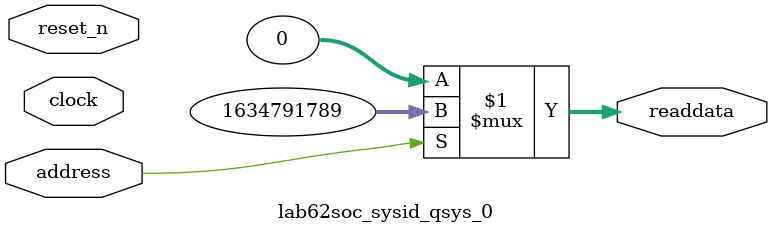
<source format=v>



// synthesis translate_off
`timescale 1ns / 1ps
// synthesis translate_on

// turn off superfluous verilog processor warnings 
// altera message_level Level1 
// altera message_off 10034 10035 10036 10037 10230 10240 10030 

module lab62soc_sysid_qsys_0 (
               // inputs:
                address,
                clock,
                reset_n,

               // outputs:
                readdata
             )
;

  output  [ 31: 0] readdata;
  input            address;
  input            clock;
  input            reset_n;

  wire    [ 31: 0] readdata;
  //control_slave, which is an e_avalon_slave
  assign readdata = address ? 1634791789 : 0;

endmodule



</source>
